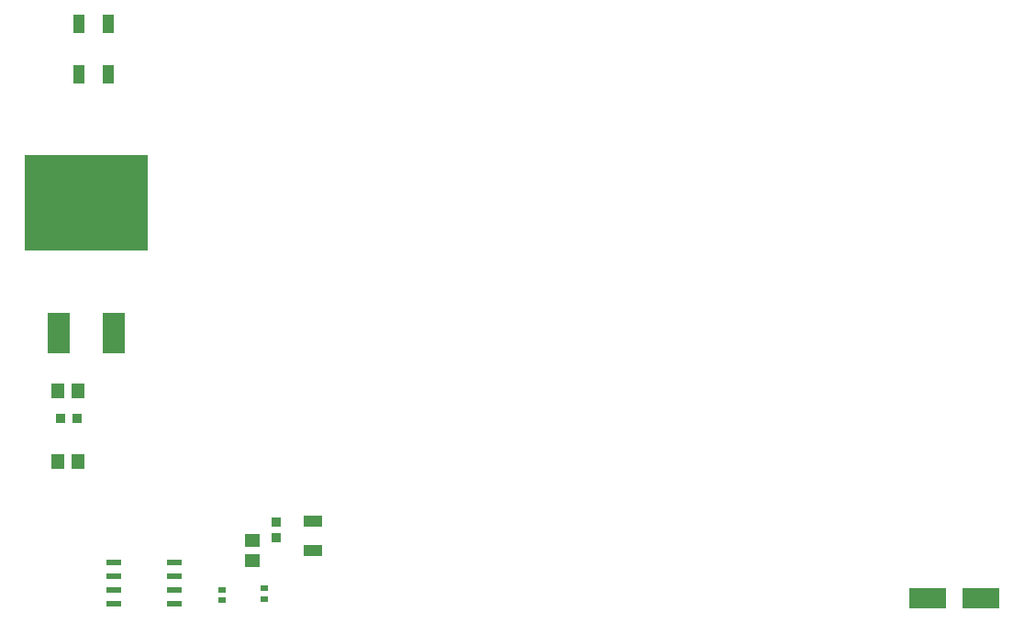
<source format=gtp>
G04*
G04 #@! TF.GenerationSoftware,Altium Limited,Altium Designer,23.1.1 (15)*
G04*
G04 Layer_Color=8421504*
%FSLAX44Y44*%
%MOMM*%
G71*
G04*
G04 #@! TF.SameCoordinates,76B832DB-4935-4160-942D-398904476E74*
G04*
G04*
G04 #@! TF.FilePolarity,Positive*
G04*
G01*
G75*
%ADD18R,1.1000X1.7000*%
%ADD19R,1.2000X1.4000*%
%ADD20R,0.8500X0.9000*%
%ADD21R,1.7000X1.1000*%
%ADD22R,0.9000X0.8500*%
%ADD23R,0.6400X0.5800*%
%ADD24R,1.4000X1.2000*%
%ADD25R,1.3500X0.6000*%
%ADD26R,3.4500X1.8500*%
%ADD27R,2.0800X3.8100*%
%ADD28R,11.4300X8.8900*%
D18*
X136500Y755000D02*
D03*
X163500D02*
D03*
X136500Y708000D02*
D03*
X163500D02*
D03*
D19*
X117000Y416000D02*
D03*
X135000D02*
D03*
X135000Y351000D02*
D03*
X117000D02*
D03*
D20*
X119500Y391000D02*
D03*
X134500D02*
D03*
D21*
X352000Y296000D02*
D03*
Y269000D02*
D03*
D22*
X318000Y295500D02*
D03*
Y280500D02*
D03*
D23*
X307000Y233800D02*
D03*
Y224200D02*
D03*
X268000Y223200D02*
D03*
Y232800D02*
D03*
D24*
X296000Y260000D02*
D03*
Y278000D02*
D03*
D25*
X168000Y258050D02*
D03*
Y245350D02*
D03*
Y232650D02*
D03*
Y219950D02*
D03*
X224000Y258050D02*
D03*
Y245350D02*
D03*
Y232650D02*
D03*
Y219950D02*
D03*
D26*
X968500Y225000D02*
D03*
X919500D02*
D03*
D27*
X117600Y469220D02*
D03*
X168400D02*
D03*
D28*
X143000Y590000D02*
D03*
M02*

</source>
